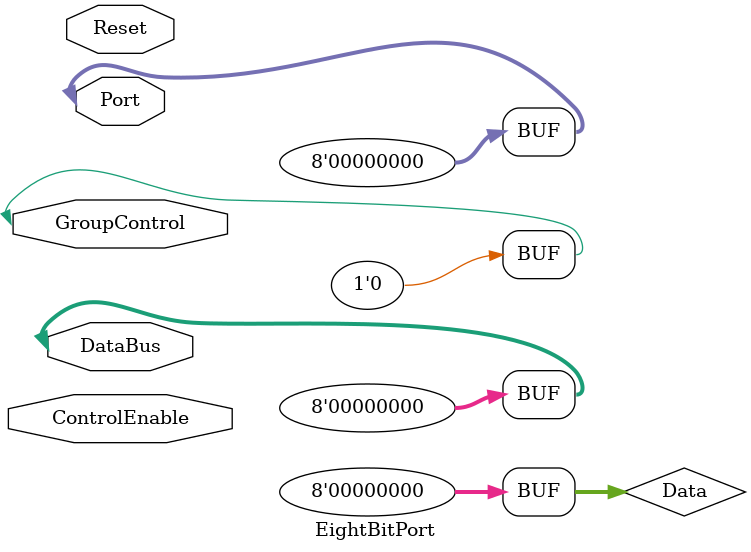
<source format=v>
`timescale 1ns / 1ps
module EightBitPort(
    input ControlEnable,
    input GroupControl,
	 input Reset,
    inout [7:0] Port,
    inout [7:0] DataBus
    );
	 
	 reg [7:0] Data;

	 assign Port = (ControlEnable && GroupControl)? Data: 8'bz;          // Output Mode <GControl = 1> (Write Operation)
	 assign DataBus = (ControlEnable && !GroupControl)? Data:8'bz;       // Input Mode <GControl = 0> (Read Operation)

	 always @(DataBus or Port)
	 begin
	 if (GroupControl) begin
		Data <= DataBus;
		end
	 else if (!GroupControl) begin
		Data <= Port;
	 end
	 end
	 
	 always @(Reset)
	 begin
	 Data <= 8'b00000000;
	 GroupControl <= 0;
	 end
	
endmodule

</source>
